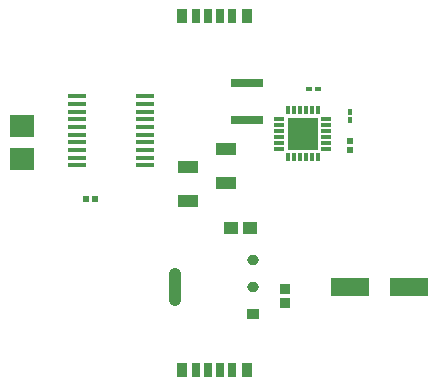
<source format=gtp>
G04*
G04 #@! TF.GenerationSoftware,Altium Limited,Altium Designer,25.8.1 (18)*
G04*
G04 Layer_Color=8421504*
%FSLAX25Y25*%
%MOIN*%
G70*
G04*
G04 #@! TF.SameCoordinates,45097E57-D6D4-4368-9298-5D8CD2504E13*
G04*
G04*
G04 #@! TF.FilePolarity,Positive*
G04*
G01*
G75*
%ADD17R,0.01822X0.02182*%
%ADD18R,0.02182X0.01822*%
%ADD19R,0.01378X0.03150*%
%ADD20R,0.03347X0.01378*%
%ADD21R,0.01860X0.02029*%
%ADD22R,0.10236X0.10630*%
%ADD23R,0.12598X0.06299*%
%ADD24R,0.03568X0.03563*%
%ADD25R,0.03543X0.04528*%
%ADD26R,0.10646X0.02965*%
%ADD27R,0.07890X0.07296*%
%ADD28R,0.05906X0.01772*%
%ADD29R,0.03954X0.03434*%
%ADD30R,0.04758X0.03985*%
%ADD31R,0.02029X0.01860*%
%ADD32R,0.06741X0.04166*%
G04:AMPARAMS|DCode=33|XSize=39.54mil|YSize=34.34mil|CornerRadius=17.17mil|HoleSize=0mil|Usage=FLASHONLY|Rotation=180.000|XOffset=0mil|YOffset=0mil|HoleType=Round|Shape=RoundedRectangle|*
%AMROUNDEDRECTD33*
21,1,0.03954,0.00000,0,0,180.0*
21,1,0.00520,0.03434,0,0,180.0*
1,1,0.03434,-0.00260,0.00000*
1,1,0.03434,0.00260,0.00000*
1,1,0.03434,0.00260,0.00000*
1,1,0.03434,-0.00260,0.00000*
%
%ADD33ROUNDEDRECTD33*%
G04:AMPARAMS|DCode=34|XSize=39.54mil|YSize=125.28mil|CornerRadius=17.2mil|HoleSize=0mil|Usage=FLASHONLY|Rotation=180.000|XOffset=0mil|YOffset=0mil|HoleType=Round|Shape=RoundedRectangle|*
%AMROUNDEDRECTD34*
21,1,0.03954,0.09088,0,0,180.0*
21,1,0.00514,0.12528,0,0,180.0*
1,1,0.03440,-0.00257,0.04544*
1,1,0.03440,0.00257,0.04544*
1,1,0.03440,0.00257,-0.04544*
1,1,0.03440,-0.00257,-0.04544*
%
%ADD34ROUNDEDRECTD34*%
%ADD35R,0.02756X0.04528*%
%ADD36R,0.03150X0.04528*%
D17*
X124016Y105726D02*
D03*
Y102936D02*
D03*
D18*
X110399Y113189D02*
D03*
X113189D02*
D03*
D19*
X103347Y106299D02*
D03*
Y90551D02*
D03*
X113189Y106299D02*
D03*
X111221D02*
D03*
X109252D02*
D03*
X107283D02*
D03*
X105315D02*
D03*
X113189Y90551D02*
D03*
X111221D02*
D03*
X109252D02*
D03*
X107283D02*
D03*
X105315D02*
D03*
D20*
X116043Y97441D02*
D03*
Y101378D02*
D03*
Y95472D02*
D03*
X100492Y103347D02*
D03*
Y101378D02*
D03*
Y99410D02*
D03*
Y97441D02*
D03*
Y95472D02*
D03*
Y93504D02*
D03*
X116043Y103347D02*
D03*
Y99410D02*
D03*
Y93504D02*
D03*
D21*
X124016Y95979D02*
D03*
Y92998D02*
D03*
D22*
X108268Y98425D02*
D03*
D23*
X143701Y47244D02*
D03*
X124016D02*
D03*
D24*
X102362Y41927D02*
D03*
Y46656D02*
D03*
D25*
X67913Y137795D02*
D03*
X89567D02*
D03*
Y19685D02*
D03*
X67913D02*
D03*
D26*
X89567Y115453D02*
D03*
Y103051D02*
D03*
D27*
X14764Y100888D02*
D03*
Y90057D02*
D03*
D28*
X32874Y95571D02*
D03*
Y90453D02*
D03*
Y110925D02*
D03*
Y108366D02*
D03*
Y105807D02*
D03*
Y103248D02*
D03*
Y100689D02*
D03*
Y98130D02*
D03*
Y93012D02*
D03*
Y87894D02*
D03*
X55709D02*
D03*
Y90453D02*
D03*
Y93012D02*
D03*
Y95571D02*
D03*
Y98130D02*
D03*
Y100689D02*
D03*
Y103248D02*
D03*
Y105807D02*
D03*
Y108366D02*
D03*
Y110925D02*
D03*
D29*
X91713Y38228D02*
D03*
D30*
X84442Y66929D02*
D03*
X90755D02*
D03*
D31*
X35911Y76772D02*
D03*
X38892D02*
D03*
D32*
X82677Y81980D02*
D03*
X69882Y76075D02*
D03*
X82677Y93217D02*
D03*
X69882Y87311D02*
D03*
D33*
X91713Y47244D02*
D03*
Y56260D02*
D03*
D34*
X65768Y47244D02*
D03*
D35*
X80709Y137795D02*
D03*
X76772Y19685D02*
D03*
X80709D02*
D03*
X76772Y137795D02*
D03*
D36*
X84724Y19685D02*
D03*
X72756D02*
D03*
Y137795D02*
D03*
X84724D02*
D03*
M02*

</source>
